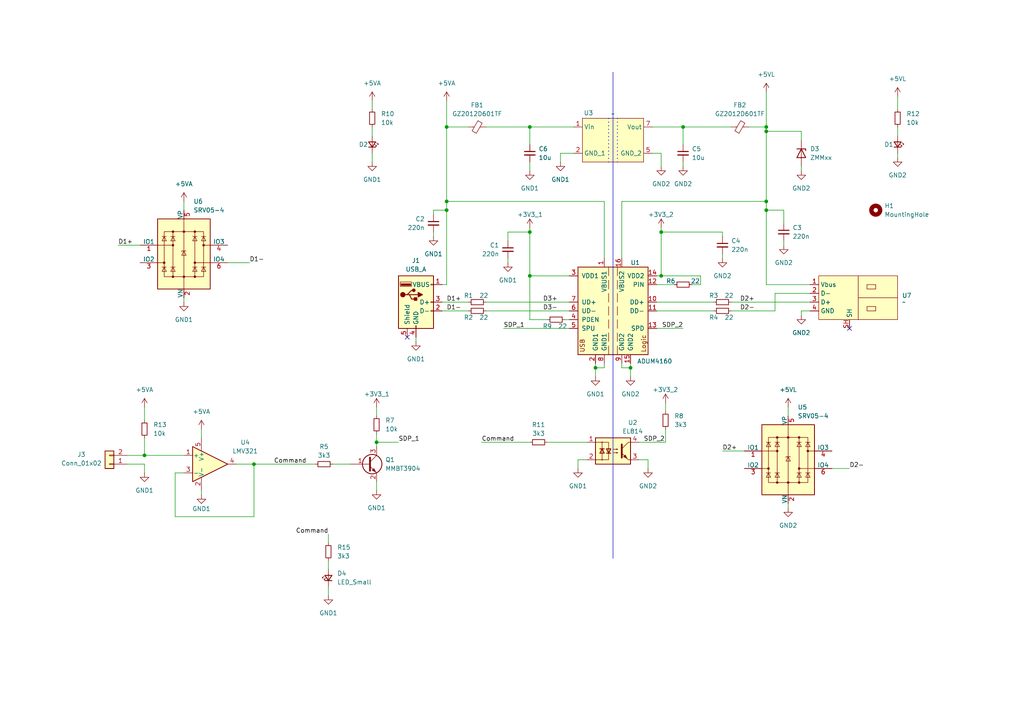
<source format=kicad_sch>
(kicad_sch (version 20231120) (generator "eeschema") (generator_version "8.0")
  (paper "A4")
  (lib_symbols
    (symbol "Amplifier_Operational:LMV321" (pin_names (offset 0.127))
      (property "Reference" "U" (at 0 5.08 0))
      (property "Value" "LMV321" (at 0 -5.08 0))
      (symbol "LMV321_0_1"
        (polyline (pts (xy -5.08 5.08) (xy 5.08 0) (xy -5.08 -5.08) (xy -5.08 5.08)) (stroke (width 0.254)) (fill (type background)))
        (pin power_in line (at -2.54 -7.62 90) (length 3.81) (name "V-") (number "2"))
        (pin power_in line (at -2.54 7.62 270) (length 3.81) (name "V+") (number "5"))
      )
      (symbol "LMV321_1_1"
        (pin input line (at -7.62 2.54 0) (length 2.54) (name "+") (number "1"))
        (pin input line (at -7.62 -2.54 0) (length 2.54) (name "-") (number "3"))
        (pin output line (at 7.62 0 180) (length 2.54) (name "~") (number "4"))
      )
    )
    (symbol "Connector:USB_A" (pin_names (offset 1.016))
      (property "Reference" "J" (at -5.08 11.43 0))
      (property "Value" "USB_A" (at -5.08 8.89 0))
      (symbol "USB_A_0_1"
        (rectangle (start -5.08 -7.62) (end 5.08 7.62) (stroke (width 0.254)) (fill (type background)))
        (circle (center -3.81 2.159) (radius 0.635) (stroke (width 0.254)) (fill (type outline)))
        (rectangle (start -1.524 4.826) (end -4.318 5.334) (fill (type outline)))
        (rectangle (start -1.27 4.572) (end -4.572 5.842))
        (circle (center -0.635 3.429) (radius 0.381) (stroke (width 0.254)) (fill (type outline)))
        (rectangle (start -0.127 -7.62) (end 0.127 -6.858))
        (polyline (pts (xy -3.175 2.159) (xy -2.54 2.159) (xy -1.27 3.429) (xy -0.635 3.429)) (stroke (width 0.254)))
        (polyline (pts (xy -2.54 2.159) (xy -1.905 2.159) (xy -1.27 0.889) (xy 0 0.889)) (stroke (width 0.254)))
        (polyline (pts (xy 0.635 2.794) (xy 0.635 1.524) (xy 1.905 2.159) (xy 0.635 2.794)) (stroke (width 0.254)) (fill (type outline)))
        (rectangle (start 0.254 1.27) (end -0.508 0.508) (stroke (width 0.254)) (fill (type outline)))
        (rectangle (start 5.08 -2.667) (end 4.318 -2.413))
        (rectangle (start 5.08 -0.127) (end 4.318 0.127))
        (rectangle (start 5.08 4.953) (end 4.318 5.207))
      )
      (symbol "USB_A_1_1"
        (polyline (pts (xy -1.905 2.159) (xy 0.635 2.159)) (stroke (width 0.254)))
        (pin power_in line (at 7.62 5.08 180) (length 2.54) (name "VBUS") (number "1"))
        (pin bidirectional line (at 7.62 -2.54 180) (length 2.54) (name "D-") (number "2"))
        (pin bidirectional line (at 7.62 0 180) (length 2.54) (name "D+") (number "3"))
        (pin power_in line (at 0 -10.16 90) (length 2.54) (name "GND") (number "4"))
        (pin passive line (at -2.54 -10.16 90) (length 2.54) (name "Shield") (number "5"))
      )
    )
    (symbol "Connector_Generic:Conn_01x02" (pin_names (offset 1.016) hide)
      (property "Reference" "J" (at 0 2.54 0))
      (property "Value" "Conn_01x02" (at 0 -5.08 0))
      (symbol "Conn_01x02_1_1"
        (rectangle (start -1.27 -2.413) (end 0 -2.667) (stroke (width 0.1524)))
        (rectangle (start -1.27 0.127) (end 0 -0.127) (stroke (width 0.1524)))
        (rectangle (start -1.27 1.27) (end 1.27 -3.81) (stroke (width 0.254)) (fill (type background)))
        (pin passive line (at -5.08 0 0) (length 3.81) (name "Pin_1") (number "1"))
        (pin passive line (at -5.08 -2.54 0) (length 3.81) (name "Pin_2") (number "2"))
      )
    )
    (symbol "Device:C_Small" (pin_numbers hide) (pin_names (offset 0.254) hide)
      (property "Reference" "C" (at 0.254 1.778 0))
      (property "Value" "C_Small" (at 0.254 -2.032 0))
      (symbol "C_Small_0_1"
        (polyline (pts (xy -1.524 -0.508) (xy 1.524 -0.508)) (stroke (width 0.3302)))
        (polyline (pts (xy -1.524 0.508) (xy 1.524 0.508)) (stroke (width 0.3048)))
      )
      (symbol "C_Small_1_1"
        (pin passive line (at 0 2.54 270) (length 2.032) (name "~") (number "1"))
        (pin passive line (at 0 -2.54 90) (length 2.032) (name "~") (number "2"))
      )
    )
    (symbol "Device:FerriteBead_Small" (pin_numbers hide) (pin_names (offset 0))
      (property "Reference" "FB" (at 1.905 1.27 0))
      (property "Value" "FerriteBead_Small" (at 1.905 -1.27 0))
      (symbol "FerriteBead_Small_0_1"
        (polyline (pts (xy 0 -1.27) (xy 0 -0.7874)))
        (polyline (pts (xy 0 0.889) (xy 0 1.2954)))
        (polyline (pts (xy -1.8288 0.2794) (xy -1.1176 1.4986) (xy 1.8288 -0.2032) (xy 1.1176 -1.4224) (xy -1.8288 0.2794)))
      )
      (symbol "FerriteBead_Small_1_1"
        (pin passive line (at 0 2.54 270) (length 1.27) (name "~") (number "1"))
        (pin passive line (at 0 -2.54 90) (length 1.27) (name "~") (number "2"))
      )
    )
    (symbol "Device:LED_Small" (pin_numbers hide) (pin_names (offset 0.254) hide)
      (property "Reference" "D" (at -1.27 3.175 0))
      (property "Value" "LED_Small" (at -4.445 -2.54 0))
      (symbol "LED_Small_0_1"
        (polyline (pts (xy -0.762 -1.016) (xy -0.762 1.016)) (stroke (width 0.254)))
        (polyline (pts (xy 1.016 0) (xy -0.762 0)))
        (polyline (pts (xy 0.762 -1.016) (xy -0.762 0) (xy 0.762 1.016) (xy 0.762 -1.016)) (stroke (width 0.254)))
        (polyline (pts (xy 0 0.762) (xy -0.508 1.27) (xy -0.254 1.27) (xy -0.508 1.27) (xy -0.508 1.016)))
        (polyline (pts (xy 0.508 1.27) (xy 0 1.778) (xy 0.254 1.778) (xy 0 1.778) (xy 0 1.524)))
      )
      (symbol "LED_Small_1_1"
        (pin passive line (at -2.54 0 0) (length 1.778) (name "K") (number "1"))
        (pin passive line (at 2.54 0 180) (length 1.778) (name "A") (number "2"))
      )
    )
    (symbol "Device:R_Small" (pin_numbers hide) (pin_names (offset 0.254) hide)
      (property "Reference" "R" (at 0.762 0.508 0))
      (property "Value" "R_Small" (at 0.762 -1.016 0))
      (symbol "R_Small_0_1"
        (rectangle (start -0.762 1.778) (end 0.762 -1.778) (stroke (width 0.2032)))
      )
      (symbol "R_Small_1_1"
        (pin passive line (at 0 2.54 270) (length 0.762) (name "~") (number "1"))
        (pin passive line (at 0 -2.54 90) (length 0.762) (name "~") (number "2"))
      )
    )
    (symbol "Diode:ZMMxx" (pin_numbers hide) (pin_names hide)
      (property "Reference" "D" (at 0 2.54 0))
      (property "Value" "ZMMxx" (at 0 -2.54 0))
      (symbol "ZMMxx_0_1"
        (polyline (pts (xy 1.27 0) (xy -1.27 0)))
        (polyline (pts (xy -1.27 -1.27) (xy -1.27 1.27) (xy -0.762 1.27)) (stroke (width 0.254)))
        (polyline (pts (xy 1.27 -1.27) (xy 1.27 1.27) (xy -1.27 0) (xy 1.27 -1.27)) (stroke (width 0.254)))
      )
      (symbol "ZMMxx_1_1"
        (pin passive line (at -3.81 0 0) (length 2.54) (name "K") (number "1"))
        (pin passive line (at 3.81 0 180) (length 2.54) (name "A") (number "2"))
      )
    )
    (symbol "Interface_USB:ADUM4160" (pin_names (offset 1.016))
      (property "Reference" "U" (at -10.16 13.97 0))
      (property "Value" "ADUM4160" (at 3.81 13.97 0))
      (symbol "ADUM4160_0_0"
        (text "Logic" (at 8.89 -12.065 900) (effects (font (size 1.27 1.27)) (justify left)))
      )
      (symbol "ADUM4160_0_1"
        (rectangle (start -10.16 12.7) (end 10.16 -12.7) (stroke (width 0.254)) (fill (type background)))
        (polyline (pts (xy -1.27 -10.16) (xy -1.27 -12.7)))
        (polyline (pts (xy -1.27 -6.35) (xy -1.27 -8.89)))
        (polyline (pts (xy -1.27 -2.54) (xy -1.27 -5.08)))
        (polyline (pts (xy -1.27 1.27) (xy -1.27 -1.27)))
        (polyline (pts (xy -1.27 5.08) (xy -1.27 2.54)))
        (polyline (pts (xy -1.27 8.89) (xy -1.27 6.35)))
        (polyline (pts (xy -1.27 12.7) (xy -1.27 10.16)))
        (polyline (pts (xy 1.27 -10.16) (xy 1.27 -12.7)))
        (polyline (pts (xy 1.27 -6.35) (xy 1.27 -8.89)))
        (polyline (pts (xy 1.27 -2.54) (xy 1.27 -5.08)))
        (polyline (pts (xy 1.27 1.27) (xy 1.27 -1.27)))
        (polyline (pts (xy 1.27 5.08) (xy 1.27 2.54)))
        (polyline (pts (xy 1.27 8.89) (xy 1.27 6.35)))
        (polyline (pts (xy 1.27 12.7) (xy 1.27 10.16)))
      )
      (symbol "ADUM4160_1_0"
        (text "USB" (at -8.89 -12.065 900) (effects (font (size 1.27 1.27)) (justify left)))
      )
      (symbol "ADUM4160_1_1"
        (pin power_in line (at -2.54 15.24 270) (length 2.54) (name "VBUS1") (number "1"))
        (pin bidirectional line (at 12.7 2.54 180) (length 2.54) (name "DD+") (number "10"))
        (pin bidirectional line (at 12.7 0 180) (length 2.54) (name "DD-") (number "11"))
        (pin input line (at 12.7 7.62 180) (length 2.54) (name "PIN") (number "12"))
        (pin input line (at 12.7 -5.08 180) (length 2.54) (name "SPD") (number "13"))
        (pin power_in line (at 12.7 10.16 180) (length 2.54) (name "VDD2") (number "14"))
        (pin power_in line (at 5.08 -15.24 90) (length 2.54) (name "GND2") (number "15"))
        (pin power_in line (at 2.54 15.24 270) (length 2.54) (name "VBUS2") (number "16"))
        (pin power_in line (at -5.08 -15.24 90) (length 2.54) (name "GND1") (number "2"))
        (pin power_in line (at -12.7 10.16 0) (length 2.54) (name "VDD1") (number "3"))
        (pin input line (at -12.7 -2.54 0) (length 2.54) (name "PDEN") (number "4"))
        (pin input line (at -12.7 -5.08 0) (length 2.54) (name "SPU") (number "5"))
        (pin bidirectional line (at -12.7 0 0) (length 2.54) (name "UD-") (number "6"))
        (pin bidirectional line (at -12.7 2.54 0) (length 2.54) (name "UD+") (number "7"))
        (pin power_in line (at -2.54 -15.24 90) (length 2.54) (name "GND1") (number "8"))
        (pin power_in line (at 2.54 -15.24 90) (length 2.54) (name "GND2") (number "9"))
      )
    )
    (symbol "Isolator:EL814" (pin_names (offset 1.016))
      (property "Reference" "U" (at -5.334 4.826 0))
      (property "Value" "EL814" (at 0 5.08 0))
      (symbol "EL814_0_1"
        (rectangle (start -5.08 3.81) (end 5.08 -3.81) (stroke (width 0.254)) (fill (type background)))
        (circle (center -3.175 -2.54) (radius 0.127))
        (circle (center -3.175 2.54) (radius 0.127))
        (polyline (pts (xy -3.81 0.635) (xy -2.54 0.635)) (stroke (width 0.254)))
        (polyline (pts (xy -3.175 -0.635) (xy -3.175 -2.54)))
        (polyline (pts (xy -3.175 0.635) (xy -3.175 -0.635)))
        (polyline (pts (xy -3.175 0.635) (xy -3.175 2.54)))
        (polyline (pts (xy -1.905 -0.635) (xy -0.635 -0.635)) (stroke (width 0.254)))
        (polyline (pts (xy -1.27 0.635) (xy -1.27 -0.635)))
        (polyline (pts (xy 2.54 0.635) (xy 4.445 2.54)))
        (polyline (pts (xy 4.445 -2.54) (xy 2.54 -0.635)) (fill (type outline)))
        (polyline (pts (xy 4.445 -2.54) (xy 5.08 -2.54)))
        (polyline (pts (xy 4.445 2.54) (xy 5.08 2.54)))
        (polyline (pts (xy -5.08 2.54) (xy -1.27 2.54) (xy -1.27 0.635)))
        (polyline (pts (xy -1.27 -0.635) (xy -1.27 -2.54) (xy -5.08 -2.54)))
        (polyline (pts (xy 2.54 1.905) (xy 2.54 -1.905) (xy 2.54 -1.905)) (stroke (width 0.508)))
        (polyline (pts (xy -3.175 0.635) (xy -3.81 -0.635) (xy -2.54 -0.635) (xy -3.175 0.635)) (stroke (width 0.254)))
        (polyline (pts (xy -1.27 -0.635) (xy -1.905 0.635) (xy -0.635 0.635) (xy -1.27 -0.635)) (stroke (width 0.254)))
        (polyline (pts (xy 0.127 -0.508) (xy 1.397 -0.508) (xy 1.016 -0.635) (xy 1.016 -0.381) (xy 1.397 -0.508)))
        (polyline (pts (xy 0.127 0.508) (xy 1.397 0.508) (xy 1.016 0.381) (xy 1.016 0.635) (xy 1.397 0.508)))
        (polyline (pts (xy 3.048 -1.651) (xy 3.556 -1.143) (xy 4.064 -2.159) (xy 3.048 -1.651) (xy 3.048 -1.651)) (fill (type outline)))
      )
      (symbol "EL814_1_1"
        (pin passive line (at -7.62 2.54 0) (length 2.54) (name "~") (number "1"))
        (pin passive line (at -7.62 -2.54 0) (length 2.54) (name "~") (number "2"))
        (pin passive line (at 7.62 -2.54 180) (length 2.54) (name "~") (number "3"))
        (pin passive line (at 7.62 2.54 180) (length 2.54) (name "~") (number "4"))
      )
    )
    (symbol "Mechanical:MountingHole" (pin_names (offset 1.016)) (exclude_from_sim yes) (in_bom no)
      (property "Reference" "H" (at 0 5.08 0))
      (property "Value" "MountingHole" (at 0 3.175 0))
      (symbol "MountingHole_0_1"
        (circle (center 0 0) (radius 1.27) (stroke (width 1.27)))
      )
    )
    (symbol "My_custom_lib:E_S-2WR3&F_S-2WR3"
      (property "Reference" "U" (at 5.842 7.874 0))
      (symbol "E_S-2WR3&F_S-2WR3_1_1"
        (rectangle (start -8.89 6.35) (end 8.89 -6.35) (fill (type background)))
        (polyline (pts (xy -1.27 -6.35) (xy -1.27 6.35)) (stroke (width 0.25) (type dot) (color 0 0 255 1)))
        (polyline (pts (xy 1.27 -6.35) (xy 1.27 6.35)) (stroke (width 0.25) (type dot) (color 0 0 255 1)))
        (pin power_in line (at -11.43 3.81 0) (length 2.54) (name "Vin") (number "1"))
        (pin power_in line (at -11.43 -3.81 0) (length 2.54) (name "GND_1") (number "2"))
        (pin power_out line (at 11.43 -3.81 180) (length 2.54) (name "GND_2") (number "5"))
        (pin power_out line (at 11.43 3.81 180) (length 2.54) (name "Vout") (number "7"))
      )
    )
    (symbol "My_custom_lib:USB_A_male"
      (property "Reference" "U" (at 10.414 9.906 0))
      (symbol "USB_A_male_1_1"
        (polyline (pts (xy 11.43 8.89) (xy 11.43 -3.81) (xy 11.43 2.54) (xy 22.86 2.54)))
        (polyline (pts (xy 13.97 0) (xy 13.97 -1.27) (xy 16.51 -1.27) (xy 16.51 0) (xy 13.97 0)))
        (polyline (pts (xy 13.97 6.35) (xy 13.97 5.08) (xy 15.24 5.08) (xy 16.51 5.08) (xy 16.51 6.35) (xy 13.97 6.35)))
        (rectangle (start 0 8.89) (end 22.86 -3.81) (fill (type background)))
        (pin power_out line (at -2.54 6.35 0) (length 2.54) (name "Vbus") (number "1"))
        (pin bidirectional line (at -2.54 3.81 0) (length 2.54) (name "D-") (number "2"))
        (pin bidirectional line (at -2.54 1.27 0) (length 2.54) (name "D+") (number "3"))
        (pin power_out line (at -2.54 -1.27 0) (length 2.54) (name "GND") (number "4"))
        (pin power_out line (at 8.89 -6.35 90) (length 2.54) (name "SH") (number "SH"))
      )
    )
    (symbol "Power_Protection:SRV05-4" (pin_names (offset 0))
      (property "Reference" "U" (at -5.08 11.43 0))
      (property "Value" "SRV05-4" (at 2.54 11.43 0))
      (symbol "SRV05-4_0_0"
        (rectangle (start -5.715 6.477) (end 5.715 -6.604))
        (polyline (pts (xy -3.175 -6.604) (xy -3.175 6.477)))
        (polyline (pts (xy 3.175 6.477) (xy 3.175 -6.604)))
      )
      (symbol "SRV05-4_0_1"
        (rectangle (start -7.62 10.16) (end 7.62 -10.16) (stroke (width 0.254)) (fill (type background)))
        (circle (center -5.715 -2.54) (radius 0.2794) (fill (type outline)))
        (circle (center -3.175 -6.604) (radius 0.2794) (fill (type outline)))
        (circle (center -3.175 2.54) (radius 0.2794) (fill (type outline)))
        (circle (center -3.175 6.477) (radius 0.2794) (fill (type outline)))
        (circle (center 0 -6.604) (radius 0.2794) (fill (type outline)))
        (polyline (pts (xy -7.747 2.54) (xy -3.175 2.54)))
        (polyline (pts (xy -7.62 -2.54) (xy -5.715 -2.54)))
        (polyline (pts (xy -5.08 -3.81) (xy -6.35 -3.81)))
        (polyline (pts (xy -5.08 5.08) (xy -6.35 5.08)))
        (polyline (pts (xy -2.54 -3.81) (xy -3.81 -3.81)))
        (polyline (pts (xy -2.54 5.08) (xy -3.81 5.08)))
        (polyline (pts (xy 0 10.16) (xy 0 -10.16)))
        (polyline (pts (xy 3.81 -3.81) (xy 2.54 -3.81)))
        (polyline (pts (xy 3.81 5.08) (xy 2.54 5.08)))
        (polyline (pts (xy 6.35 -3.81) (xy 5.08 -3.81)))
        (polyline (pts (xy 6.35 5.08) (xy 5.08 5.08)))
        (polyline (pts (xy 7.62 -2.54) (xy 3.175 -2.54)))
        (polyline (pts (xy 7.62 2.54) (xy 5.715 2.54)))
        (polyline (pts (xy 0.635 0.889) (xy -0.635 0.889) (xy -0.635 0.635)))
        (polyline (pts (xy -5.08 -5.08) (xy -6.35 -5.08) (xy -5.715 -3.81) (xy -5.08 -5.08)))
        (polyline (pts (xy -5.08 3.81) (xy -6.35 3.81) (xy -5.715 5.08) (xy -5.08 3.81)))
        (polyline (pts (xy -2.54 -5.08) (xy -3.81 -5.08) (xy -3.175 -3.81) (xy -2.54 -5.08)))
        (polyline (pts (xy -2.54 3.81) (xy -3.81 3.81) (xy -3.175 5.08) (xy -2.54 3.81)))
        (polyline (pts (xy 0.635 -0.381) (xy -0.635 -0.381) (xy 0 0.889) (xy 0.635 -0.381)))
        (polyline (pts (xy 3.81 -5.08) (xy 2.54 -5.08) (xy 3.175 -3.81) (xy 3.81 -5.08)))
        (polyline (pts (xy 3.81 3.81) (xy 2.54 3.81) (xy 3.175 5.08) (xy 3.81 3.81)))
        (polyline (pts (xy 6.35 -5.08) (xy 5.08 -5.08) (xy 5.715 -3.81) (xy 6.35 -5.08)))
        (polyline (pts (xy 6.35 3.81) (xy 5.08 3.81) (xy 5.715 5.08) (xy 6.35 3.81)))
        (circle (center 0 6.477) (radius 0.2794) (fill (type outline)))
        (circle (center 3.175 -6.604) (radius 0.2794) (fill (type outline)))
        (circle (center 3.175 -2.54) (radius 0.2794) (fill (type outline)))
        (circle (center 3.175 6.477) (radius 0.2794) (fill (type outline)))
        (circle (center 5.715 2.54) (radius 0.2794) (fill (type outline)))
      )
      (symbol "SRV05-4_1_1"
        (pin passive line (at -12.7 2.54 0) (length 5.08) (name "IO1") (number "1"))
        (pin passive line (at 0 -12.7 90) (length 2.54) (name "VN") (number "2"))
        (pin passive line (at -12.7 -2.54 0) (length 5.08) (name "IO2") (number "3"))
        (pin passive line (at 12.7 2.54 180) (length 5.08) (name "IO3") (number "4"))
        (pin passive line (at 0 12.7 270) (length 2.54) (name "VP") (number "5"))
        (pin passive line (at 12.7 -2.54 180) (length 5.08) (name "IO4") (number "6"))
      )
    )
    (symbol "Transistor_BJT:MMBT3904" (pin_names (offset 0) hide)
      (property "Reference" "Q" (at 5.08 1.905 0))
      (property "Value" "MMBT3904" (at 5.08 0 0))
      (symbol "MMBT3904_0_1"
        (polyline (pts (xy 0.635 0.635) (xy 2.54 2.54)))
        (polyline (pts (xy 0.635 -0.635) (xy 2.54 -2.54) (xy 2.54 -2.54)))
        (polyline (pts (xy 0.635 1.905) (xy 0.635 -1.905) (xy 0.635 -1.905)) (stroke (width 0.508)))
        (polyline (pts (xy 1.27 -1.778) (xy 1.778 -1.27) (xy 2.286 -2.286) (xy 1.27 -1.778) (xy 1.27 -1.778)) (fill (type outline)))
        (circle (center 1.27 0) (radius 2.8194) (stroke (width 0.254)))
      )
      (symbol "MMBT3904_1_1"
        (pin input line (at -5.08 0 0) (length 5.715) (name "B") (number "1"))
        (pin passive line (at 2.54 -5.08 90) (length 2.54) (name "E") (number "2"))
        (pin passive line (at 2.54 5.08 270) (length 2.54) (name "C") (number "3"))
      )
    )
    (symbol "power:+3V3" (power) (pin_names (offset 0))
      (property "Value" "+3V3" (at 0 3.556 0))
      (symbol "+3V3_0_1"
        (polyline (pts (xy -0.762 1.27) (xy 0 2.54)))
        (polyline (pts (xy 0 0) (xy 0 2.54)))
        (polyline (pts (xy 0 2.54) (xy 0.762 1.27)))
      )
      (symbol "+3V3_1_1"
        (pin power_in line (at 0 0 90) (length 0) hide (name "+3V3") (number "1"))
      )
    )
    (symbol "power:+5VA" (power) (pin_names (offset 0))
      (property "Value" "+5VA" (at 0 3.556 0))
      (symbol "+5VA_0_1"
        (polyline (pts (xy -0.762 1.27) (xy 0 2.54)))
        (polyline (pts (xy 0 0) (xy 0 2.54)))
        (polyline (pts (xy 0 2.54) (xy 0.762 1.27)))
      )
      (symbol "+5VA_1_1"
        (pin power_in line (at 0 0 90) (length 0) hide (name "+5VA") (number "1"))
      )
    )
    (symbol "power:+5VL" (power) (pin_names (offset 0))
      (property "Value" "+5VL" (at 0 3.556 0))
      (symbol "+5VL_0_1"
        (polyline (pts (xy -0.762 1.27) (xy 0 2.54)))
        (polyline (pts (xy 0 0) (xy 0 2.54)))
        (polyline (pts (xy 0 2.54) (xy 0.762 1.27)))
      )
      (symbol "+5VL_1_1"
        (pin power_in line (at 0 0 90) (length 0) hide (name "+5VL") (number "1"))
      )
    )
    (symbol "power:GND1" (power) (pin_names (offset 0))
      (property "Value" "GND1" (at 0 -3.81 0))
      (symbol "GND1_0_1"
        (polyline (pts (xy 0 0) (xy 0 -1.27) (xy 1.27 -1.27) (xy 0 -2.54) (xy -1.27 -1.27) (xy 0 -1.27)))
      )
      (symbol "GND1_1_1"
        (pin power_in line (at 0 0 270) (length 0) hide (name "GND1") (number "1"))
      )
    )
    (symbol "power:GND2" (power) (pin_names (offset 0))
      (property "Value" "GND2" (at 0 -3.81 0))
      (symbol "GND2_0_1"
        (polyline (pts (xy 0 0) (xy 0 -1.27) (xy 1.27 -1.27) (xy 0 -2.54) (xy -1.27 -1.27) (xy 0 -1.27)))
      )
      (symbol "GND2_1_1"
        (pin power_in line (at 0 0 270) (length 0) hide (name "GND2") (number "1"))
      )
    )
  )
  (junction (at 41.91 132.08))
  (junction (at 182.88 106.68))
  (junction (at 129.54 36.83))
  (junction (at 129.54 60.96))
  (junction (at 73.66 134.62))
  (junction (at 109.22 128.27))
  (junction (at 191.77 80.01))
  (junction (at 153.67 67.31))
  (junction (at 172.72 106.68))
  (junction (at 153.67 36.83))
  (junction (at 222.25 36.83))
  (junction (at 222.25 60.96))
  (junction (at 191.77 67.31))
  (junction (at 153.67 80.01))
  (junction (at 222.25 38.1))
  (junction (at 198.12 36.83))
  (junction (at 129.54 58.42))
  (junction (at 222.25 58.42))
  (no_connect (at 246.38 95.25))
  (no_connect (at 118.11 97.79))
  (wire (pts (xy 222.25 58.42) (xy 222.25 60.96)))
  (wire (pts (xy 107.95 36.83) (xy 107.95 39.37)))
  (wire (pts (xy 182.88 106.68) (xy 182.88 105.41)))
  (wire (pts (xy 107.95 44.45) (xy 107.95 46.99)))
  (wire (pts (xy 125.73 67.31) (xy 125.73 68.58)))
  (wire (pts (xy 109.22 125.73) (xy 109.22 128.27)))
  (wire (pts (xy 198.12 95.25) (xy 190.5 95.25)))
  (polyline (pts (xy 177.8 20.955) (xy 177.8 161.925)))
  (wire (pts (xy 109.22 139.7) (xy 109.22 142.24)))
  (wire (pts (xy 41.91 127) (xy 41.91 132.08)))
  (wire (pts (xy 153.67 92.71) (xy 153.67 80.01)))
  (wire (pts (xy 129.54 58.42) (xy 129.54 60.96)))
  (wire (pts (xy 191.77 67.31) (xy 191.77 80.01)))
  (wire (pts (xy 200.66 82.55) (xy 203.2 82.55)))
  (wire (pts (xy 95.25 170.18) (xy 95.25 172.72)))
  (wire (pts (xy 203.2 82.55) (xy 203.2 80.01)))
  (wire (pts (xy 222.25 38.1) (xy 222.25 58.42)))
  (wire (pts (xy 232.41 40.64) (xy 232.41 38.1)))
  (wire (pts (xy 162.56 46.99) (xy 162.56 44.45)))
  (wire (pts (xy 165.1 92.71) (xy 163.83 92.71)))
  (wire (pts (xy 232.41 90.17) (xy 234.95 90.17)))
  (wire (pts (xy 115.57 128.27) (xy 109.22 128.27)))
  (wire (pts (xy 180.34 106.68) (xy 182.88 106.68)))
  (wire (pts (xy 260.35 44.45) (xy 260.35 45.72)))
  (wire (pts (xy 198.12 46.99) (xy 198.12 48.26)))
  (wire (pts (xy 222.25 26.67) (xy 222.25 36.83)))
  (wire (pts (xy 139.7 128.27) (xy 153.67 128.27)))
  (wire (pts (xy 222.25 60.96) (xy 222.25 82.55)))
  (wire (pts (xy 224.79 85.09) (xy 234.95 85.09)))
  (wire (pts (xy 190.5 90.17) (xy 207.01 90.17)))
  (wire (pts (xy 158.75 128.27) (xy 170.18 128.27)))
  (wire (pts (xy 125.73 62.23) (xy 125.73 60.96)))
  (wire (pts (xy 209.55 73.66) (xy 209.55 74.93)))
  (wire (pts (xy 146.05 95.25) (xy 165.1 95.25)))
  (wire (pts (xy 129.54 36.83) (xy 135.89 36.83)))
  (wire (pts (xy 228.6 118.11) (xy 228.6 120.65)))
  (wire (pts (xy 209.55 67.31) (xy 191.77 67.31)))
  (wire (pts (xy 227.33 69.85) (xy 227.33 71.12)))
  (wire (pts (xy 95.25 162.56) (xy 95.25 165.1)))
  (wire (pts (xy 109.22 128.27) (xy 109.22 129.54)))
  (wire (pts (xy 109.22 120.65) (xy 109.22 118.11)))
  (wire (pts (xy 198.12 36.83) (xy 198.12 41.91)))
  (wire (pts (xy 191.77 66.04) (xy 191.77 67.31)))
  (wire (pts (xy 53.34 86.36) (xy 53.34 87.63)))
  (wire (pts (xy 129.54 82.55) (xy 128.27 82.55)))
  (wire (pts (xy 34.29 71.12) (xy 40.64 71.12)))
  (wire (pts (xy 175.26 74.93) (xy 175.26 58.42)))
  (wire (pts (xy 58.42 124.46) (xy 58.42 127)))
  (wire (pts (xy 58.42 142.24) (xy 58.42 143.51)))
  (wire (pts (xy 129.54 58.42) (xy 175.26 58.42)))
  (wire (pts (xy 41.91 132.08) (xy 53.34 132.08)))
  (wire (pts (xy 41.91 132.08) (xy 36.83 132.08)))
  (wire (pts (xy 162.56 44.45) (xy 166.37 44.45)))
  (wire (pts (xy 209.55 130.81) (xy 215.9 130.81)))
  (wire (pts (xy 147.32 69.85) (xy 147.32 67.31)))
  (wire (pts (xy 36.83 134.62) (xy 41.91 134.62)))
  (wire (pts (xy 167.64 133.35) (xy 167.64 135.89)))
  (wire (pts (xy 73.66 134.62) (xy 91.44 134.62)))
  (wire (pts (xy 147.32 74.93) (xy 147.32 76.2)))
  (wire (pts (xy 41.91 118.11) (xy 41.91 121.92)))
  (wire (pts (xy 153.67 66.04) (xy 153.67 67.31)))
  (wire (pts (xy 212.09 87.63) (xy 234.95 87.63)))
  (wire (pts (xy 107.95 29.21) (xy 107.95 31.75)))
  (wire (pts (xy 140.97 87.63) (xy 165.1 87.63)))
  (wire (pts (xy 189.23 44.45) (xy 191.77 44.45)))
  (wire (pts (xy 222.25 38.1) (xy 232.41 38.1)))
  (wire (pts (xy 180.34 74.93) (xy 180.34 58.42)))
  (wire (pts (xy 260.35 27.94) (xy 260.35 31.75)))
  (wire (pts (xy 193.04 116.84) (xy 193.04 119.38)))
  (wire (pts (xy 96.52 134.62) (xy 101.6 134.62)))
  (wire (pts (xy 232.41 90.17) (xy 232.41 91.44)))
  (wire (pts (xy 153.67 36.83) (xy 153.67 41.91)))
  (wire (pts (xy 222.25 82.55) (xy 234.95 82.55)))
  (wire (pts (xy 167.64 133.35) (xy 170.18 133.35)))
  (wire (pts (xy 222.25 60.96) (xy 227.33 60.96)))
  (wire (pts (xy 172.72 105.41) (xy 172.72 106.68)))
  (wire (pts (xy 50.8 137.16) (xy 50.8 149.86)))
  (wire (pts (xy 222.25 36.83) (xy 222.25 38.1)))
  (wire (pts (xy 217.17 36.83) (xy 222.25 36.83)))
  (wire (pts (xy 128.27 87.63) (xy 135.89 87.63)))
  (wire (pts (xy 147.32 67.31) (xy 153.67 67.31)))
  (wire (pts (xy 120.65 97.79) (xy 120.65 99.06)))
  (wire (pts (xy 172.72 106.68) (xy 175.26 106.68)))
  (wire (pts (xy 241.3 135.89) (xy 246.38 135.89)))
  (wire (pts (xy 224.79 90.17) (xy 224.79 85.09)))
  (wire (pts (xy 129.54 29.21) (xy 129.54 36.83)))
  (wire (pts (xy 232.41 48.26) (xy 232.41 49.53)))
  (wire (pts (xy 172.72 106.68) (xy 172.72 109.22)))
  (wire (pts (xy 153.67 67.31) (xy 153.67 80.01)))
  (wire (pts (xy 129.54 60.96) (xy 129.54 82.55)))
  (wire (pts (xy 180.34 58.42) (xy 222.25 58.42)))
  (wire (pts (xy 228.6 146.05) (xy 228.6 147.32)))
  (wire (pts (xy 125.73 60.96) (xy 129.54 60.96)))
  (wire (pts (xy 190.5 82.55) (xy 195.58 82.55)))
  (wire (pts (xy 153.67 80.01) (xy 165.1 80.01)))
  (wire (pts (xy 140.97 90.17) (xy 165.1 90.17)))
  (wire (pts (xy 153.67 36.83) (xy 166.37 36.83)))
  (wire (pts (xy 182.88 106.68) (xy 182.88 109.22)))
  (wire (pts (xy 175.26 105.41) (xy 175.26 106.68)))
  (wire (pts (xy 227.33 60.96) (xy 227.33 64.77)))
  (wire (pts (xy 41.91 134.62) (xy 41.91 137.16)))
  (wire (pts (xy 209.55 68.58) (xy 209.55 67.31)))
  (wire (pts (xy 95.25 154.94) (xy 95.25 157.48)))
  (wire (pts (xy 212.09 90.17) (xy 224.79 90.17)))
  (wire (pts (xy 191.77 44.45) (xy 191.77 48.26)))
  (wire (pts (xy 187.96 133.35) (xy 187.96 135.89)))
  (wire (pts (xy 53.34 58.42) (xy 53.34 60.96)))
  (wire (pts (xy 50.8 149.86) (xy 73.66 149.86)))
  (wire (pts (xy 128.27 90.17) (xy 135.89 90.17)))
  (wire (pts (xy 158.75 92.71) (xy 153.67 92.71)))
  (wire (pts (xy 66.04 76.2) (xy 72.39 76.2)))
  (wire (pts (xy 198.12 36.83) (xy 212.09 36.83)))
  (wire (pts (xy 191.77 80.01) (xy 203.2 80.01)))
  (wire (pts (xy 180.34 105.41) (xy 180.34 106.68)))
  (wire (pts (xy 140.97 36.83) (xy 153.67 36.83)))
  (wire (pts (xy 185.42 128.27) (xy 193.04 128.27)))
  (wire (pts (xy 129.54 36.83) (xy 129.54 58.42)))
  (wire (pts (xy 73.66 149.86) (xy 73.66 134.62)))
  (wire (pts (xy 185.42 133.35) (xy 187.96 133.35)))
  (wire (pts (xy 191.77 80.01) (xy 190.5 80.01)))
  (wire (pts (xy 193.04 128.27) (xy 193.04 124.46)))
  (wire (pts (xy 189.23 36.83) (xy 198.12 36.83)))
  (wire (pts (xy 153.67 49.53) (xy 153.67 46.99)))
  (wire (pts (xy 50.8 137.16) (xy 53.34 137.16)))
  (wire (pts (xy 190.5 87.63) (xy 207.01 87.63)))
  (wire (pts (xy 68.58 134.62) (xy 73.66 134.62)))
  (wire (pts (xy 260.35 36.83) (xy 260.35 39.37)))
  (label "SDP_2" (at 186.69 128.27 0))
  (label "SDP_1" (at 146.05 95.25 0))
  (label "D2+" (at 209.55 130.81 0))
  (label "D2-" (at 214.63 90.17 0))
  (label "D1-" (at 129.54 90.17 0))
  (label "D2+" (at 214.63 87.63 0))
  (label "D3-" (at 157.48 90.17 0))
  (label "D3+" (at 157.48 87.63 0))
  (label "SDP_1" (at 115.57 128.27 0))
  (label "Command" (at 139.7 128.27 0))
  (label "D2-" (at 246.38 135.89 0))
  (label "SDP_2" (at 198.12 95.25 180))
  (label "Command" (at 88.9 134.62 180))
  (label "D1-" (at 72.39 76.2 0))
  (label "Command" (at 95.25 154.94 180))
  (label "D1+" (at 34.29 71.12 0))
  (label "D1+" (at 129.54 87.63 0))
  (symbol (lib_id "Device:FerriteBead_Small") (at 214.63 36.83 90) (unit 1)
    (property "Reference" "FB2" (at 214.5919 30.48 90))
    (property "Value" "GZ2012D601TF" (at 214.5919 33.02 90))
    (property "Footprint" "Inductor_SMD:L_0805_2012Metric_Pad1.05x1.20mm_HandSolder" (effects (hide yes)))
    (property "Description" "Ferrite bead, small symbol" (effects (hide yes)))
    (property "LCSC" "C1017" (effects (hide yes)))
  )
  (symbol (lib_id "power:+5VA") (at 58.42 124.46 0) (unit 1)
    (property "Reference" "#PWR029" (effects (hide yes)))
    (property "Value" "+5VA" (at 58.42 119.38 0))
  )
  (symbol (lib_id "power:GND1") (at 109.22 142.24 0) (unit 1)
    (property "Reference" "#PWR020" (effects (hide yes)))
    (property "Value" "GND1" (at 109.22 147.32 0))
  )
  (symbol (lib_id "power:+5VA") (at 41.91 118.11 0) (unit 1)
    (property "Reference" "#PWR021" (effects (hide yes)))
    (property "Value" "+5VA" (at 41.91 113.03 0))
  )
  (symbol (lib_id "Device:R_Small") (at 109.22 123.19 0) (unit 1)
    (property "Reference" "R7" (at 111.76 121.9199 0) (effects (justify left)))
    (property "Value" "10k" (at 111.76 124.4599 0) (effects (justify left)))
    (property "Footprint" "Resistor_SMD:R_0603_1608Metric" (effects (hide yes)))
    (property "Description" "Resistor, small symbol" (effects (hide yes)))
    (property "LCSC" "C25804" (effects (hide yes)))
  )
  (symbol (lib_id "Transistor_BJT:MMBT3904") (at 106.68 134.62 0) (unit 1)
    (property "Reference" "Q1" (at 111.76 133.3499 0) (effects (justify left)))
    (property "Value" "MMBT3904" (at 111.76 135.8899 0) (effects (justify left)))
    (property "Footprint" "Package_TO_SOT_SMD:SOT-23" (effects (hide yes)))
    (property "Datasheet" "https://www.onsemi.com/pdf/datasheet/pzt3904-d.pdf" (effects (hide yes)))
    (property "Description" "0.2A Ic, 40V Vce, Small Signal NPN Transistor, SOT-23" (effects (hide yes)))
    (property "LCSC" "C20526" (effects (hide yes)))
  )
  (symbol (lib_id "Connector_Generic:Conn_01x02") (at 31.75 134.62 180) (unit 1)
    (property "Reference" "J3" (at 23.622 131.826 0))
    (property "Value" "Conn_01x02" (at 23.622 134.366 0))
    (property "Footprint" "Connector_PinHeader_2.54mm:PinHeader_1x03_P2.54mm_Vertical" (effects (hide yes)))
    (property "Description" "Generic connector, single row, 01x02, script generated (kicad-library-utils/schlib/autogen/connector/)" (effects (hide yes)))
  )
  (symbol (lib_id "Device:C_Small") (at 209.55 71.12 0) (unit 1)
    (property "Reference" "C4" (at 212.09 69.8562 0) (effects (justify left)))
    (property "Value" "220n" (at 212.09 72.3962 0) (effects (justify left)))
    (property "Footprint" "Capacitor_SMD:C_0603_1608Metric" (effects (hide yes)))
    (property "Description" "Unpolarized capacitor, small symbol" (effects (hide yes)))
    (property "LCSC" "C21120" (effects (hide yes)))
  )
  (symbol (lib_id "Device:LED_Small") (at 260.35 41.91 270) (mirror x) (unit 1)
    (property "Reference" "D1" (at 257.81 41.91 90))
    (property "Value" "green" (effects (hide yes)))
    (property "Footprint" "LED_SMD:LED_0805_2012Metric" (effects (hide yes)))
    (property "LCSC" "C2297" (effects (hide yes)))
  )
  (symbol (lib_id "power:GND1") (at 95.25 172.72 0) (unit 1)
    (property "Reference" "#PWR031" (effects (hide yes)))
    (property "Value" "GND1" (at 95.25 177.8 0))
  )
  (symbol (lib_id "power:GND2") (at 260.35 45.72 0) (unit 1)
    (property "Reference" "#PWR026" (effects (hide yes)))
    (property "Value" "GND2" (at 260.35 50.8 0))
  )
  (symbol (lib_id "Isolator:EL814") (at 177.8 130.81 0) (unit 1)
    (property "Reference" "U2" (at 183.515 122.555 0))
    (property "Value" "EL814" (at 183.515 125.095 0))
    (property "Footprint" "Package_DIP:SMDIP-4_W9.53mm" (effects (hide yes)))
    (property "Datasheet" "http://www.everlight.com/file/ProductFile/EL814.pdf" (effects (hide yes)))
  )
  (symbol (lib_id "Device:R_Small") (at 138.43 90.17 90) (mirror x) (unit 1)
    (property "Reference" "R2" (at 135.89 92.075 90))
    (property "Value" "22" (at 140.335 92.075 90))
    (property "Footprint" "Resistor_SMD:R_0402_1005Metric_Pad0.72x0.64mm_HandSolder" (effects (hide yes)))
    (property "LCSC" "C25092" (effects (hide yes)))
  )
  (symbol (lib_id "power:GND1") (at 58.42 143.51 0) (unit 1)
    (property "Reference" "#PWR028" (effects (hide yes)))
    (property "Value" "GND1" (at 58.42 147.574 0))
  )
  (symbol (lib_id "Device:R_Small") (at 93.98 134.62 90) (unit 1)
    (property "Reference" "R5" (at 93.98 129.54 90))
    (property "Value" "3k3" (at 93.98 132.08 90))
    (property "Footprint" "Resistor_SMD:R_0603_1608Metric" (effects (hide yes)))
    (property "Description" "Resistor, small symbol" (effects (hide yes)))
    (property "LCSC" "C22978" (effects (hide yes)))
  )
  (symbol (lib_id "Device:R_Small") (at 107.95 34.29 0) (unit 1)
    (property "Reference" "R10" (at 110.49 33.0199 0) (effects (justify left)))
    (property "Value" "10k" (at 110.49 35.5599 0) (effects (justify left)))
    (property "Footprint" "Resistor_SMD:R_0603_1608Metric" (effects (hide yes)))
    (property "Description" "Resistor, small symbol" (effects (hide yes)))
    (property "LCSC" "C25804" (effects (hide yes)))
  )
  (symbol (lib_id "Device:R_Small") (at 156.21 128.27 90) (unit 1)
    (property "Reference" "R11" (at 156.21 123.19 90))
    (property "Value" "3k3" (at 156.21 125.73 90))
    (property "Footprint" "Resistor_SMD:R_0603_1608Metric" (effects (hide yes)))
    (property "Description" "Resistor, small symbol" (effects (hide yes)))
    (property "LCSC" "C22978" (effects (hide yes)))
  )
  (symbol (lib_id "power:GND1") (at 172.72 109.22 0) (unit 1)
    (property "Reference" "#PWR03" (effects (hide yes)))
    (property "Value" "GND1" (at 172.72 114.3 0))
  )
  (symbol (lib_id "power:+5VL") (at 222.25 26.67 0) (unit 1)
    (property "Reference" "#PWR06" (effects (hide yes)))
    (property "Value" "+5VL" (at 222.25 21.59 0))
  )
  (symbol (lib_id "Device:R_Small") (at 260.35 34.29 0) (unit 1)
    (property "Reference" "R12" (at 262.89 33.0199 0) (effects (justify left)))
    (property "Value" "10k" (at 262.89 35.5599 0) (effects (justify left)))
    (property "Footprint" "Resistor_SMD:R_0603_1608Metric" (effects (hide yes)))
    (property "Description" "Resistor, small symbol" (effects (hide yes)))
    (property "LCSC" "C25804" (effects (hide yes)))
  )
  (symbol (lib_id "power:GND1") (at 125.73 68.58 0) (mirror y) (unit 1)
    (property "Reference" "#PWR012" (effects (hide yes)))
    (property "Value" "GND1" (at 125.73 73.66 0))
  )
  (symbol (lib_id "power:GND2") (at 182.88 109.22 0) (unit 1)
    (property "Reference" "#PWR02" (effects (hide yes)))
    (property "Value" "GND2" (at 182.88 114.3 0))
  )
  (symbol (lib_id "power:GND1") (at 153.67 49.53 0) (unit 1)
    (property "Reference" "#PWR023" (effects (hide yes)))
    (property "Value" "GND1" (at 153.67 54.61 0))
  )
  (symbol (lib_id "Device:FerriteBead_Small") (at 138.43 36.83 90) (unit 1)
    (property "Reference" "FB1" (at 138.3919 30.48 90))
    (property "Value" "GZ2012D601TF" (at 138.3919 33.02 90))
    (property "Footprint" "Inductor_SMD:L_0805_2012Metric_Pad1.05x1.20mm_HandSolder" (effects (hide yes)))
    (property "Description" "Ferrite bead, small symbol" (effects (hide yes)))
    (property "LCSC" "C1017" (effects (hide yes)))
  )
  (symbol (lib_id "power:+3V3") (at 109.22 118.11 0) (mirror y) (unit 1)
    (property "Reference" "#PWR016" (effects (hide yes)))
    (property "Value" "+3V3_1" (at 113.03 114.3 0) (effects (justify left)))
  )
  (symbol (lib_id "power:+3V3") (at 153.67 66.04 0) (mirror y) (unit 1)
    (property "Reference" "#PWR010" (effects (hide yes)))
    (property "Value" "+3V3_1" (at 157.48 62.23 0) (effects (justify left)))
  )
  (symbol (lib_id "My_custom_lib:E_S-2WR3&F_S-2WR3") (at 177.8 40.64 0) (unit 1)
    (property "Reference" "U3" (at 170.688 32.766 0))
    (property "Value" "~" (at 177.8 33.02 0))
    (property "Footprint" "Z_mycustom_footprint_lib:SIP7_DCDC single" (effects (hide yes)))
  )
  (symbol (lib_id "power:+3V3") (at 193.04 116.84 0) (unit 1)
    (property "Reference" "#PWR011" (effects (hide yes)))
    (property "Value" "+3V3_2" (at 189.23 113.03 0) (effects (justify left)))
  )
  (symbol (lib_id "power:GND2") (at 187.96 135.89 0) (unit 1)
    (property "Reference" "#PWR07" (effects (hide yes)))
    (property "Value" "GND2" (at 187.96 140.97 0))
  )
  (symbol (lib_id "Power_Protection:SRV05-4") (at 228.6 133.35 0) (unit 1)
    (property "Reference" "U5" (at 231.3687 118.11 0) (effects (justify left)))
    (property "Value" "SRV05-4" (at 231.3687 120.65 0) (effects (justify left)))
    (property "Footprint" "Package_TO_SOT_SMD:SOT-23-6" (effects (hide yes)))
    (property "Datasheet" "http://www.onsemi.com/pub/Collateral/SRV05-4-D.PDF" (effects (hide yes)))
    (property "LCSC" "C85364" (effects (hide yes)))
  )
  (symbol (lib_id "Device:R_Small") (at 198.12 82.55 90) (unit 1)
    (property "Reference" "R6" (at 194.564 81.534 90))
    (property "Value" "22" (at 201.676 81.534 90))
    (property "Footprint" "Resistor_SMD:R_0402_1005Metric_Pad0.72x0.64mm_HandSolder" (effects (hide yes)))
    (property "LCSC" "C25092" (effects (hide yes)))
  )
  (symbol (lib_id "power:+5VL") (at 228.6 118.11 0) (unit 1)
    (property "Reference" "#PWR033" (effects (hide yes)))
    (property "Value" "+5VL" (at 228.6 113.03 0))
  )
  (symbol (lib_id "power:GND2") (at 209.55 74.93 0) (unit 1)
    (property "Reference" "#PWR015" (effects (hide yes)))
    (property "Value" "GND2" (at 209.55 80.01 0))
  )
  (symbol (lib_id "Device:R_Small") (at 209.55 87.63 90) (unit 1)
    (property "Reference" "R3" (at 207.01 85.725 90))
    (property "Value" "22" (at 211.455 85.725 90))
    (property "Footprint" "Resistor_SMD:R_0402_1005Metric_Pad0.72x0.64mm_HandSolder" (effects (hide yes)))
    (property "LCSC" "C25092" (effects (hide yes)))
  )
  (symbol (lib_id "power:GND2") (at 232.41 91.44 0) (unit 1)
    (property "Reference" "#PWR04" (effects (hide yes)))
    (property "Value" "GND2" (at 232.41 96.52 0))
  )
  (symbol (lib_id "power:+5VA") (at 53.34 58.42 0) (unit 1)
    (property "Reference" "#PWR035" (effects (hide yes)))
    (property "Value" "+5VA" (at 53.34 53.34 0))
  )
  (symbol (lib_id "power:+5VL") (at 260.35 27.94 0) (unit 1)
    (property "Reference" "#PWR027" (effects (hide yes)))
    (property "Value" "+5VL" (at 260.35 22.86 0))
  )
  (symbol (lib_id "power:GND2") (at 232.41 49.53 0) (unit 1)
    (property "Reference" "#PWR030" (effects (hide yes)))
    (property "Value" "GND2" (at 232.41 54.61 0))
  )
  (symbol (lib_id "Power_Protection:SRV05-4") (at 53.34 73.66 0) (unit 1)
    (property "Reference" "U6" (at 56.1087 58.42 0) (effects (justify left)))
    (property "Value" "SRV05-4" (at 56.1087 60.96 0) (effects (justify left)))
    (property "Footprint" "Package_TO_SOT_SMD:SOT-23-6" (effects (hide yes)))
    (property "Datasheet" "http://www.onsemi.com/pub/Collateral/SRV05-4-D.PDF" (effects (hide yes)))
    (property "LCSC" "C85364" (effects (hide yes)))
  )
  (symbol (lib_id "Device:R_Small") (at 161.29 92.71 90) (mirror x) (unit 1)
    (property "Reference" "R9" (at 158.75 94.615 90))
    (property "Value" "22" (at 163.195 94.615 90))
    (property "Footprint" "Resistor_SMD:R_0402_1005Metric_Pad0.72x0.64mm_HandSolder" (effects (hide yes)))
    (property "LCSC" "C25092" (effects (hide yes)))
  )
  (symbol (lib_id "Device:C_Small") (at 147.32 72.39 0) (mirror y) (unit 1)
    (property "Reference" "C1" (at 144.78 71.1262 0) (effects (justify left)))
    (property "Value" "220n" (at 144.78 73.6662 0) (effects (justify left)))
    (property "Footprint" "Capacitor_SMD:C_0603_1608Metric" (effects (hide yes)))
    (property "Description" "Unpolarized capacitor, small symbol" (effects (hide yes)))
    (property "LCSC" "C21120" (effects (hide yes)))
  )
  (symbol (lib_id "Device:R_Small") (at 138.43 87.63 90) (unit 1)
    (property "Reference" "R1" (at 135.89 85.725 90))
    (property "Value" "22" (at 140.335 85.725 90))
    (property "Footprint" "Resistor_SMD:R_0402_1005Metric_Pad0.72x0.64mm_HandSolder" (effects (hide yes)))
    (property "LCSC" "C25092" (effects (hide yes)))
  )
  (symbol (lib_id "Device:R_Small") (at 209.55 90.17 90) (mirror x) (unit 1)
    (property "Reference" "R4" (at 207.01 92.075 90))
    (property "Value" "22" (at 211.455 92.075 90))
    (property "Footprint" "Resistor_SMD:R_0402_1005Metric_Pad0.72x0.64mm_HandSolder" (effects (hide yes)))
    (property "LCSC" "C25092" (effects (hide yes)))
  )
  (symbol (lib_id "power:+5VA") (at 129.54 29.21 0) (unit 1)
    (property "Reference" "#PWR05" (effects (hide yes)))
    (property "Value" "+5VA" (at 129.54 24.13 0))
  )
  (symbol (lib_id "power:GND2") (at 228.6 147.32 0) (unit 1)
    (property "Reference" "#PWR032" (effects (hide yes)))
    (property "Value" "GND2" (at 228.6 152.4 0))
  )
  (symbol (lib_id "Device:R_Small") (at 193.04 121.92 0) (unit 1)
    (property "Reference" "R8" (at 195.58 120.6499 0) (effects (justify left)))
    (property "Value" "3k3" (at 195.58 123.1899 0) (effects (justify left)))
    (property "Footprint" "Resistor_SMD:R_0603_1608Metric" (effects (hide yes)))
    (property "Description" "Resistor, small symbol" (effects (hide yes)))
    (property "LCSC" "C22978" (effects (hide yes)))
  )
  (symbol (lib_id "power:GND1") (at 167.64 135.89 0) (unit 1)
    (property "Reference" "#PWR08" (effects (hide yes)))
    (property "Value" "GND1" (at 167.64 140.97 0))
  )
  (symbol (lib_id "Device:C_Small") (at 125.73 64.77 0) (mirror y) (unit 1)
    (property "Reference" "C2" (at 123.19 63.5062 0) (effects (justify left)))
    (property "Value" "220n" (at 123.19 66.0462 0) (effects (justify left)))
    (property "Footprint" "Capacitor_SMD:C_0603_1608Metric" (effects (hide yes)))
    (property "Description" "Unpolarized capacitor, small symbol" (effects (hide yes)))
    (property "LCSC" "C21120" (effects (hide yes)))
  )
  (symbol (lib_id "My_custom_lib:USB_A_male") (at 237.49 88.9 0) (unit 1)
    (property "Reference" "U7" (at 261.62 85.7249 0) (effects (justify left)))
    (property "Value" "~" (at 261.62 87.63 0) (effects (justify left)))
    (property "Footprint" "Z_mycustom_footprint_lib:USB A male SMD" (effects (hide yes)))
    (property "LCSC" "C386752" (effects (hide yes)))
  )
  (symbol (lib_id "power:GND1") (at 162.56 46.99 0) (unit 1)
    (property "Reference" "#PWR018" (effects (hide yes)))
    (property "Value" "GND1" (at 162.56 52.07 0))
  )
  (symbol (lib_id "power:GND1") (at 53.34 87.63 0) (unit 1)
    (property "Reference" "#PWR034" (effects (hide yes)))
    (property "Value" "GND1" (at 53.34 92.71 0))
  )
  (symbol (lib_id "power:GND1") (at 147.32 76.2 0) (mirror y) (unit 1)
    (property "Reference" "#PWR013" (effects (hide yes)))
    (property "Value" "GND1" (at 147.32 81.28 0))
  )
  (symbol (lib_id "Diode:ZMMxx") (at 232.41 44.45 270) (unit 1)
    (property "Reference" "D3" (at 234.95 43.1799 90) (effects (justify left)))
    (property "Value" "ZMMxx" (at 234.95 45.7199 90) (effects (justify left)))
    (property "Footprint" "Diode_SMD:D_MiniMELF" (effects (hide yes)))
    (property "Datasheet" "https://diotec.com/tl_files/diotec/files/pdf/datasheets/zmm1.pdf" (effects (hide yes)))
    (property "Description" "500mW Zener Diode, MiniMELF" (effects (hide yes)))
  )
  (symbol (lib_id "power:GND2") (at 191.77 48.26 0) (unit 1)
    (property "Reference" "#PWR019" (effects (hide yes)))
    (property "Value" "GND2" (at 191.77 53.34 0))
  )
  (symbol (lib_id "power:GND2") (at 227.33 71.12 0) (unit 1)
    (property "Reference" "#PWR014" (effects (hide yes)))
    (property "Value" "GND2" (at 227.33 76.2 0))
  )
  (symbol (lib_id "Device:R_Small") (at 41.91 124.46 0) (unit 1)
    (property "Reference" "R13" (at 44.45 123.1899 0) (effects (justify left)))
    (property "Value" "10k" (at 44.45 125.7299 0) (effects (justify left)))
    (property "Footprint" "Resistor_SMD:R_0603_1608Metric" (effects (hide yes)))
    (property "Description" "Resistor, small symbol" (effects (hide yes)))
    (property "LCSC" "C25804" (effects (hide yes)))
  )
  (symbol (lib_id "power:+5VA") (at 107.95 29.21 0) (unit 1)
    (property "Reference" "#PWR025" (effects (hide yes)))
    (property "Value" "+5VA" (at 107.95 24.13 0))
  )
  (symbol (lib_id "Connector:USB_A") (at 120.65 87.63 0) (unit 1)
    (property "Reference" "J1" (at 120.65 75.565 0))
    (property "Value" "USB_A" (at 120.65 78.105 0))
    (property "Footprint" "Connector_USB:USB_A_Molex_67643_Horizontal" (effects (hide yes)))
    (property "Datasheet" " ~" (effects (hide yes)))
  )
  (symbol (lib_id "Device:LED_Small") (at 107.95 41.91 270) (mirror x) (unit 1)
    (property "Reference" "D2" (at 105.41 41.91 90))
    (property "Value" "green" (effects (hide yes)))
    (property "Footprint" "LED_SMD:LED_0805_2012Metric" (effects (hide yes)))
    (property "LCSC" "C2297" (effects (hide yes)))
  )
  (symbol (lib_id "power:+3V3") (at 191.77 66.04 0) (unit 1)
    (property "Reference" "#PWR09" (effects (hide yes)))
    (property "Value" "+3V3_2" (at 187.96 62.23 0) (effects (justify left)))
  )
  (symbol (lib_id "Device:C_Small") (at 198.12 44.45 0) (unit 1)
    (property "Reference" "C5" (at 200.66 43.1862 0) (effects (justify left)))
    (property "Value" "10u" (at 200.66 45.7262 0) (effects (justify left)))
    (property "Footprint" "Capacitor_SMD:C_0805_2012Metric" (effects (hide yes)))
    (property "Description" "Unpolarized capacitor, small symbol" (effects (hide yes)))
    (property "LCSC" "C15850" (effects (hide yes)))
  )
  (symbol (lib_id "Mechanical:MountingHole") (at 254 60.96 0) (unit 1) (exclude_from_sim yes) (in_bom no)
    (property "Reference" "H1" (at 256.54 59.6899 0) (effects (justify left)))
    (property "Value" "MountingHole" (at 256.54 62.2299 0) (effects (justify left)))
    (property "Footprint" "MountingHole:MountingHole_3mm" (effects (hide yes)))
    (property "Description" "Mounting Hole without connection" (effects (hide yes)))
  )
  (symbol (lib_id "Device:LED_Small") (at 95.25 167.64 90) (unit 1)
    (property "Reference" "D4" (at 97.79 166.3064 90) (effects (justify right)))
    (property "Value" "LED_Small" (at 97.79 168.8464 90) (effects (justify right)))
    (property "Footprint" "LED_SMD:LED_0805_2012Metric" (effects (hide yes)))
    (property "LCSC" "C2297" (effects (hide yes)))
  )
  (symbol (lib_id "power:GND1") (at 107.95 46.99 0) (unit 1)
    (property "Reference" "#PWR024" (effects (hide yes)))
    (property "Value" "GND1" (at 107.95 52.07 0))
  )
  (symbol (lib_id "Device:R_Small") (at 95.25 160.02 180) (unit 1)
    (property "Reference" "R15" (at 97.79 158.7499 0) (effects (justify right)))
    (property "Value" "3k3" (at 97.79 161.2899 0) (effects (justify right)))
    (property "Footprint" "Resistor_SMD:R_0603_1608Metric" (effects (hide yes)))
    (property "Description" "Resistor, small symbol" (effects (hide yes)))
    (property "LCSC" "C22978" (effects (hide yes)))
  )
  (symbol (lib_id "power:GND1") (at 41.91 137.16 0) (unit 1)
    (property "Reference" "#PWR017" (effects (hide yes)))
    (property "Value" "GND1" (at 41.91 142.24 0))
  )
  (symbol (lib_id "Device:C_Small") (at 227.33 67.31 0) (unit 1)
    (property "Reference" "C3" (at 229.87 66.0462 0) (effects (justify left)))
    (property "Value" "220n" (at 229.87 68.5862 0) (effects (justify left)))
    (property "Footprint" "Capacitor_SMD:C_0603_1608Metric" (effects (hide yes)))
    (property "Description" "Unpolarized capacitor, small symbol" (effects (hide yes)))
    (property "LCSC" "C21120" (effects (hide yes)))
  )
  (symbol (lib_id "power:GND1") (at 120.65 99.06 0) (unit 1)
    (property "Reference" "#PWR01" (effects (hide yes)))
    (property "Value" "GND1" (at 120.65 104.14 0))
  )
  (symbol (lib_id "Interface_USB:ADUM4160") (at 177.8 90.17 0) (unit 1)
    (property "Reference" "U1" (at 182.88 76.2 0) (effects (justify left)))
    (property "Value" "ADUM4160" (at 184.785 104.775 0) (effects (justify left)))
    (property "Footprint" "Package_SO:SOIC-16W_7.5x10.3mm_P1.27mm" (effects (hide yes)))
    (property "Datasheet" "https://www.analog.com/media/en/technical-documentation/data-sheets/ADuM4160.pdf" (effects (hide yes)))
  )
  (symbol (lib_id "Amplifier_Operational:LMV321") (at 60.96 134.62 0) (unit 1)
    (property "Reference" "U4" (at 71.12 128.3014 0))
    (property "Value" "LMV321" (at 71.12 130.8414 0))
    (property "Footprint" "Package_TO_SOT_SMD:SOT-23-5_HandSoldering" (effects (hide yes)))
    (property "Datasheet" "http://www.ti.com/lit/ds/symlink/lmv324.pdf" (effects (hide yes)))
    (property "Description" "Low-Voltage Rail-to-Rail Output Operational Amplifiers, SOT-23-5/SC-70-5" (effects (hide yes)))
    (property "LCSC" "C7972" (effects (hide yes)))
  )
  (symbol (lib_id "power:GND2") (at 198.12 48.26 0) (unit 1)
    (property "Reference" "#PWR022" (effects (hide yes)))
    (property "Value" "GND2" (at 198.12 53.34 0))
  )
  (symbol (lib_id "Device:C_Small") (at 153.67 44.45 0) (unit 1)
    (property "Reference" "C6" (at 156.21 43.1862 0) (effects (justify left)))
    (property "Value" "10u" (at 156.21 45.7262 0) (effects (justify left)))
    (property "Footprint" "Capacitor_SMD:C_0805_2012Metric" (effects (hide yes)))
    (property "Description" "Unpolarized capacitor, small symbol" (effects (hide yes)))
    (property "LCSC" "C15850" (effects (hide yes)))
  )
)
</source>
